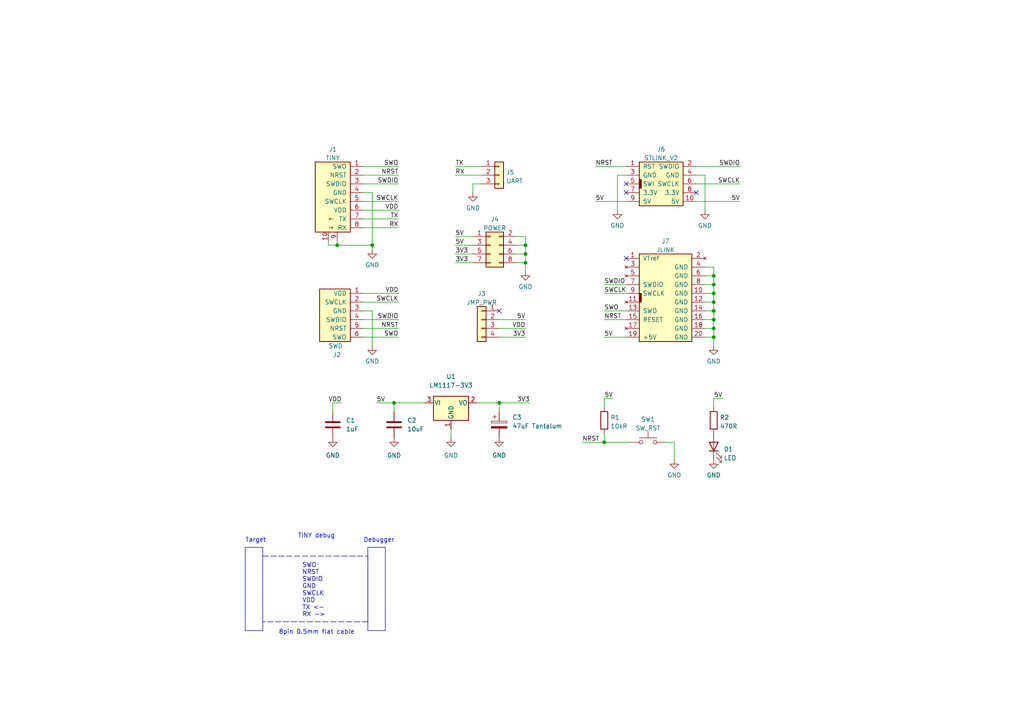
<source format=kicad_sch>
(kicad_sch (version 20211123) (generator eeschema)
  (paper "A4")
  (lib_symbols
    (symbol "Connector_Generic:Conn_01x03" (pin_names (offset 1.016) hide)
      (property "Reference" "J" (at 0 5.08 0))
      (property "Value" "Conn_01x03" (at 0 -5.08 0))
      (symbol "Conn_01x03_1_1"
        (rectangle (start -1.27 -2.413) (end 0 -2.667) (stroke (width 0.1524)))
        (rectangle (start -1.27 0.127) (end 0 -0.127) (stroke (width 0.1524)))
        (rectangle (start -1.27 2.667) (end 0 2.413) (stroke (width 0.1524)))
        (rectangle (start -1.27 3.81) (end 1.27 -3.81) (stroke (width 0.254)) (fill (type background)))
        (pin passive line (at -5.08 2.54 0) (length 3.81) (name "Pin_1") (number "1"))
        (pin passive line (at -5.08 0 0) (length 3.81) (name "Pin_2") (number "2"))
        (pin passive line (at -5.08 -2.54 0) (length 3.81) (name "Pin_3") (number "3"))
      )
    )
    (symbol "Connector_Generic:Conn_01x04" (pin_names (offset 1.016) hide)
      (property "Reference" "J" (at 0 5.08 0))
      (property "Value" "Conn_01x04" (at 0 -7.62 0))
      (symbol "Conn_01x04_1_1"
        (rectangle (start -1.27 -4.953) (end 0 -5.207) (stroke (width 0.1524)))
        (rectangle (start -1.27 -2.413) (end 0 -2.667) (stroke (width 0.1524)))
        (rectangle (start -1.27 0.127) (end 0 -0.127) (stroke (width 0.1524)))
        (rectangle (start -1.27 2.667) (end 0 2.413) (stroke (width 0.1524)))
        (rectangle (start -1.27 3.81) (end 1.27 -6.35) (stroke (width 0.254)) (fill (type background)))
        (pin passive line (at -5.08 2.54 0) (length 3.81) (name "Pin_1") (number "1"))
        (pin passive line (at -5.08 0 0) (length 3.81) (name "Pin_2") (number "2"))
        (pin passive line (at -5.08 -2.54 0) (length 3.81) (name "Pin_3") (number "3"))
        (pin passive line (at -5.08 -5.08 0) (length 3.81) (name "Pin_4") (number "4"))
      )
    )
    (symbol "Connector_Generic:Conn_01x06" (pin_names (offset 1.016))
      (property "Reference" "J?" (at -2.54 -12.7 0))
      (property "Value" "SWD" (at -3.81 -10.16 0))
      (symbol "Conn_01x06_1_1"
        (rectangle (start -6.35 6.35) (end 2.54 -8.89) (stroke (width 0.254)) (fill (type background)))
        (pin passive line (at 6.35 5.08 180) (length 3.81) (name "VDD") (number "1"))
        (pin passive line (at 6.35 2.54 180) (length 3.81) (name "SWCLK") (number "2"))
        (pin passive line (at 6.35 0 180) (length 3.81) (name "GND") (number "3"))
        (pin passive line (at 6.35 -2.54 180) (length 3.81) (name "SWDIO") (number "4"))
        (pin passive line (at 6.35 -5.08 180) (length 3.81) (name "NRST") (number "5"))
        (pin passive line (at 6.35 -7.62 180) (length 3.81) (name "SWO") (number "6"))
      )
    )
    (symbol "Connector_Generic:Conn_01x08" (pin_names (offset 1.016))
      (property "Reference" "J1" (at 0 12.5898 0))
      (property "Value" "TINY" (at 0 10.0529 0))
      (symbol "Conn_01x08_0_1"
        (polyline (pts (xy -1.016 -10.16) (xy 0 -10.16) (xy -0.254 -9.906) (xy 0 -10.16) (xy -0.254 -10.414)) (stroke (width 0.1524)))
        (polyline (pts (xy 0 -7.62) (xy -1.016 -7.62) (xy -0.762 -7.366) (xy -1.016 -7.62) (xy -0.762 -7.874)) (stroke (width 0.1524)))
      )
      (symbol "Conn_01x08_1_1"
        (rectangle (start -5.08 -11.43) (end 5.08 8.89) (stroke (width 0.254)) (fill (type background)))
        (pin passive line (at 8.89 7.62 180) (length 3.81) (name "SWO") (number "1"))
        (pin input line (at -1.27 -13.97 90) (length 2.54) (name "") (number "10"))
        (pin passive line (at 8.89 5.08 180) (length 3.81) (name "NRST") (number "2"))
        (pin passive line (at 8.89 2.54 180) (length 3.81) (name "SWDIO") (number "3"))
        (pin passive line (at 8.89 0 180) (length 3.81) (name "GND") (number "4"))
        (pin passive line (at 8.89 -2.54 180) (length 3.81) (name "SWCLK") (number "5"))
        (pin passive line (at 8.89 -5.08 180) (length 3.81) (name "VDD") (number "6"))
        (pin input line (at 8.89 -7.62 180) (length 3.81) (name "TX") (number "7"))
        (pin output line (at 8.89 -10.16 180) (length 3.81) (name "RX") (number "8"))
        (pin input line (at 1.27 -13.97 90) (length 2.54) (name "") (number "9"))
      )
    )
    (symbol "Connector_Generic:Conn_02x04_Odd_Even" (pin_names (offset 1.016) hide)
      (property "Reference" "J" (at 1.27 5.08 0))
      (property "Value" "Conn_02x04_Odd_Even" (at 1.27 -7.62 0))
      (symbol "Conn_02x04_Odd_Even_1_1"
        (rectangle (start -1.27 -4.953) (end 0 -5.207) (stroke (width 0.1524)))
        (rectangle (start -1.27 -2.413) (end 0 -2.667) (stroke (width 0.1524)))
        (rectangle (start -1.27 0.127) (end 0 -0.127) (stroke (width 0.1524)))
        (rectangle (start -1.27 2.667) (end 0 2.413) (stroke (width 0.1524)))
        (rectangle (start -1.27 3.81) (end 3.81 -6.35) (stroke (width 0.254)) (fill (type background)))
        (rectangle (start 3.81 -4.953) (end 2.54 -5.207) (stroke (width 0.1524)))
        (rectangle (start 3.81 -2.413) (end 2.54 -2.667) (stroke (width 0.1524)))
        (rectangle (start 3.81 0.127) (end 2.54 -0.127) (stroke (width 0.1524)))
        (rectangle (start 3.81 2.667) (end 2.54 2.413) (stroke (width 0.1524)))
        (pin passive line (at -5.08 2.54 0) (length 3.81) (name "Pin_1") (number "1"))
        (pin passive line (at 7.62 2.54 180) (length 3.81) (name "Pin_2") (number "2"))
        (pin passive line (at -5.08 0 0) (length 3.81) (name "Pin_3") (number "3"))
        (pin passive line (at 7.62 0 180) (length 3.81) (name "Pin_4") (number "4"))
        (pin passive line (at -5.08 -2.54 0) (length 3.81) (name "Pin_5") (number "5"))
        (pin passive line (at 7.62 -2.54 180) (length 3.81) (name "Pin_6") (number "6"))
        (pin passive line (at -5.08 -5.08 0) (length 3.81) (name "Pin_7") (number "7"))
        (pin passive line (at 7.62 -5.08 180) (length 3.81) (name "Pin_8") (number "8"))
      )
    )
    (symbol "Connector_Generic:Conn_02x05_Odd_Even" (pin_names (offset 1.016))
      (property "Reference" "J?" (at 1.27 10.0498 0))
      (property "Value" "Conn_02x05_Odd_Even" (at 1.905 7.5129 0))
      (symbol "Conn_02x05_Odd_Even_0_1"
        (rectangle (start -6.35 1.27) (end -5.715 -1.27) (stroke (width 0.1524)) (fill (type outline)))
      )
      (symbol "Conn_02x05_Odd_Even_1_1"
        (rectangle (start -6.35 6.35) (end 6.35 -6.35) (stroke (width 0.254)) (fill (type background)))
        (pin passive line (at -10.16 5.08 0) (length 3.81) (name "RST") (number "1"))
        (pin passive line (at 10.16 -5.08 180) (length 3.81) (name "5V") (number "10"))
        (pin passive line (at 10.16 5.08 180) (length 3.81) (name "SWDIO") (number "2"))
        (pin passive line (at -10.16 2.54 0) (length 3.81) (name "GND") (number "3"))
        (pin passive line (at 10.16 2.54 180) (length 3.81) (name "GND") (number "4"))
        (pin passive line (at -10.16 0 0) (length 3.81) (name "SWI") (number "5"))
        (pin passive line (at 10.16 0 180) (length 3.81) (name "SWCLK") (number "6"))
        (pin passive line (at -10.16 -2.54 0) (length 3.81) (name "3.3V") (number "7"))
        (pin passive line (at 10.16 -2.54 180) (length 3.81) (name "3.3V") (number "8"))
        (pin passive line (at -10.16 -5.08 0) (length 3.81) (name "5V") (number "9"))
      )
    )
    (symbol "Connector_Generic:Conn_02x10_Odd_Even" (pin_names (offset 1.016))
      (property "Reference" "JLINK" (at 0 15.1298 0))
      (property "Value" "Conn_02x10_Odd_Even" (at 0 12.5929 0))
      (symbol "Conn_02x10_Odd_Even_0_1"
        (rectangle (start -7.62 0) (end -6.985 -2.54) (stroke (width 0.1524)) (fill (type outline)))
      )
      (symbol "Conn_02x10_Odd_Even_1_1"
        (rectangle (start -7.62 11.43) (end 7.62 -13.97) (stroke (width 0.254)) (fill (type background)))
        (pin passive line (at -11.43 10.16 0) (length 3.81) (name "VTref") (number "1"))
        (pin passive line (at 11.43 0 180) (length 3.81) (name "GND") (number "10"))
        (pin no_connect line (at -11.43 -2.54 0) (length 3.81) (name "") (number "11"))
        (pin passive line (at 11.43 -2.54 180) (length 3.81) (name "GND") (number "12"))
        (pin passive line (at -11.43 -5.08 0) (length 3.81) (name "SWO") (number "13"))
        (pin passive line (at 11.43 -5.08 180) (length 3.81) (name "GND") (number "14"))
        (pin passive line (at -11.43 -7.62 0) (length 3.81) (name "RESET") (number "15"))
        (pin passive line (at 11.43 -7.62 180) (length 3.81) (name "GND") (number "16"))
        (pin no_connect line (at -11.43 -10.16 0) (length 3.81) (name "") (number "17"))
        (pin passive line (at 11.43 -10.16 180) (length 3.81) (name "GND") (number "18"))
        (pin passive line (at -11.43 -12.7 0) (length 3.81) (name "+5V") (number "19"))
        (pin no_connect line (at 11.43 10.16 180) (length 3.81) (name "") (number "2"))
        (pin passive line (at 11.43 -12.7 180) (length 3.81) (name "GND") (number "20"))
        (pin no_connect line (at -11.43 7.62 0) (length 3.81) (name "") (number "3"))
        (pin passive line (at 11.43 7.62 180) (length 3.81) (name "GND") (number "4"))
        (pin no_connect line (at -11.43 5.08 0) (length 3.81) (name "") (number "5"))
        (pin passive line (at 11.43 5.08 180) (length 3.81) (name "GND") (number "6"))
        (pin passive line (at -11.43 2.54 0) (length 3.81) (name "SWDIO") (number "7"))
        (pin passive line (at 11.43 2.54 180) (length 3.81) (name "GND") (number "8"))
        (pin passive line (at -11.43 0 0) (length 3.81) (name "SWCLK") (number "9"))
      )
    )
    (symbol "Device:C" (pin_numbers hide) (pin_names (offset 0.254))
      (property "Reference" "C" (at 0.635 2.54 0))
      (property "Value" "C" (at 0.635 -2.54 0))
      (symbol "C_0_1"
        (polyline (pts (xy -2.032 -0.762) (xy 2.032 -0.762)) (stroke (width 0.508)))
        (polyline (pts (xy -2.032 0.762) (xy 2.032 0.762)) (stroke (width 0.508)))
      )
      (symbol "C_1_1"
        (pin passive line (at 0 3.81 270) (length 2.794) (name "~") (number "1"))
        (pin passive line (at 0 -3.81 90) (length 2.794) (name "~") (number "2"))
      )
    )
    (symbol "Device:C_Polarized" (pin_numbers hide) (pin_names (offset 0.254))
      (property "Reference" "C" (at 0.635 2.54 0))
      (property "Value" "C_Polarized" (at 0.635 -2.54 0))
      (symbol "C_Polarized_0_1"
        (rectangle (start -2.286 0.508) (end 2.286 1.016))
        (polyline (pts (xy -1.778 2.286) (xy -0.762 2.286)))
        (polyline (pts (xy -1.27 2.794) (xy -1.27 1.778)))
        (rectangle (start 2.286 -0.508) (end -2.286 -1.016) (fill (type outline)))
      )
      (symbol "C_Polarized_1_1"
        (pin passive line (at 0 3.81 270) (length 2.794) (name "~") (number "1"))
        (pin passive line (at 0 -3.81 90) (length 2.794) (name "~") (number "2"))
      )
    )
    (symbol "Device:LED" (pin_numbers hide) (pin_names (offset 1.016) hide)
      (property "Reference" "D" (at 0 2.54 0))
      (property "Value" "LED" (at 0 -2.54 0))
      (symbol "LED_0_1"
        (polyline (pts (xy -1.27 -1.27) (xy -1.27 1.27)) (stroke (width 0.254)))
        (polyline (pts (xy -1.27 0) (xy 1.27 0)))
        (polyline (pts (xy 1.27 -1.27) (xy 1.27 1.27) (xy -1.27 0) (xy 1.27 -1.27)) (stroke (width 0.254)))
        (polyline (pts (xy -3.048 -0.762) (xy -4.572 -2.286) (xy -3.81 -2.286) (xy -4.572 -2.286) (xy -4.572 -1.524)))
        (polyline (pts (xy -1.778 -0.762) (xy -3.302 -2.286) (xy -2.54 -2.286) (xy -3.302 -2.286) (xy -3.302 -1.524)))
      )
      (symbol "LED_1_1"
        (pin passive line (at -3.81 0 0) (length 2.54) (name "K") (number "1"))
        (pin passive line (at 3.81 0 180) (length 2.54) (name "A") (number "2"))
      )
    )
    (symbol "Device:R" (pin_numbers hide) (pin_names (offset 0))
      (property "Reference" "R" (at 2.032 0 90))
      (property "Value" "R" (at 0 0 90))
      (symbol "R_0_1"
        (rectangle (start -1.016 -2.54) (end 1.016 2.54) (stroke (width 0.254)))
      )
      (symbol "R_1_1"
        (pin passive line (at 0 3.81 270) (length 1.27) (name "~") (number "1"))
        (pin passive line (at 0 -3.81 90) (length 1.27) (name "~") (number "2"))
      )
    )
    (symbol "Regulator_Linear:LM1117-5.0" (pin_names (offset 0.254))
      (property "Reference" "U" (at -3.81 3.175 0))
      (property "Value" "LM1117-5.0" (at 0 3.175 0))
      (symbol "LM1117-5.0_0_1"
        (rectangle (start -5.08 -5.08) (end 5.08 1.905) (stroke (width 0.254)) (fill (type background)))
      )
      (symbol "LM1117-5.0_1_1"
        (pin power_in line (at 0 -7.62 90) (length 2.54) (name "GND") (number "1"))
        (pin power_out line (at 7.62 0 180) (length 2.54) (name "VO") (number "2"))
        (pin power_in line (at -7.62 0 0) (length 2.54) (name "VI") (number "3"))
      )
    )
    (symbol "Switch:SW_Push" (pin_numbers hide) (pin_names (offset 1.016) hide)
      (property "Reference" "SW" (at 1.27 2.54 0))
      (property "Value" "SW_Push" (at 0 -1.524 0))
      (symbol "SW_Push_0_1"
        (circle (center -2.032 0) (radius 0.508))
        (polyline (pts (xy 0 1.27) (xy 0 3.048)))
        (polyline (pts (xy 2.54 1.27) (xy -2.54 1.27)))
        (circle (center 2.032 0) (radius 0.508))
        (pin passive line (at -5.08 0 0) (length 2.54) (name "1") (number "1"))
        (pin passive line (at 5.08 0 180) (length 2.54) (name "2") (number "2"))
      )
    )
    (symbol "power:GND" (power) (pin_names (offset 0))
      (property "Value" "GND" (at 0 -3.81 0))
      (symbol "GND_0_1"
        (polyline (pts (xy 0 0) (xy 0 -1.27) (xy 1.27 -1.27) (xy 0 -2.54) (xy -1.27 -1.27) (xy 0 -1.27)))
      )
      (symbol "GND_1_1"
        (pin power_in line (at 0 0 270) (length 0) hide (name "GND") (number "1"))
      )
    )
  )
  (junction (at 152.4 76.2))
  (junction (at 144.78 116.84))
  (junction (at 175.26 128.27))
  (junction (at 207.01 85.09))
  (junction (at 207.01 82.55))
  (junction (at 207.01 87.63))
  (junction (at 207.01 90.17))
  (junction (at 114.3 116.84))
  (junction (at 152.4 71.12))
  (junction (at 207.01 95.25))
  (junction (at 97.79 71.12))
  (junction (at 107.95 71.12))
  (junction (at 152.4 73.66))
  (junction (at 207.01 97.79))
  (junction (at 207.01 80.01))
  (junction (at 207.01 92.71))
  (no_connect (at 144.78 90.17))
  (no_connect (at 181.61 74.93))
  (no_connect (at 181.61 53.34))
  (no_connect (at 201.93 55.88))
  (no_connect (at 181.61 55.88))
  (wire (pts (xy 144.78 95.25) (xy 152.4 95.25)))
  (wire (pts (xy 201.93 58.42) (xy 214.63 58.42)))
  (wire (pts (xy 137.16 53.34) (xy 137.16 55.88)))
  (wire (pts (xy 107.95 55.88) (xy 107.95 71.12)))
  (wire (pts (xy 201.93 50.8) (xy 204.47 50.8)))
  (wire (pts (xy 207.01 97.79) (xy 207.01 95.25)))
  (polyline (pts (xy 71.12 158.75) (xy 76.2 158.75)) (stroke (width 0) (type solid)))
  (wire (pts (xy 204.47 80.01) (xy 207.01 80.01)))
  (wire (pts (xy 95.25 69.85) (xy 95.25 71.12)))
  (wire (pts (xy 201.93 48.26) (xy 214.63 48.26)))
  (wire (pts (xy 107.95 90.17) (xy 107.95 100.33)))
  (wire (pts (xy 144.78 116.84) (xy 153.67 116.84)))
  (wire (pts (xy 175.26 90.17) (xy 181.61 90.17)))
  (wire (pts (xy 207.01 82.55) (xy 207.01 85.09)))
  (wire (pts (xy 132.08 68.58) (xy 137.16 68.58)))
  (wire (pts (xy 201.93 53.34) (xy 214.63 53.34)))
  (wire (pts (xy 207.01 97.79) (xy 207.01 100.33)))
  (polyline (pts (xy 76.2 182.88) (xy 71.12 182.88)) (stroke (width 0) (type solid)))
  (wire (pts (xy 97.79 69.85) (xy 97.79 71.12)))
  (wire (pts (xy 138.43 116.84) (xy 144.78 116.84)))
  (polyline (pts (xy 106.68 180.34) (xy 76.2 180.34)))
  (wire (pts (xy 149.86 68.58) (xy 152.4 68.58)))
  (wire (pts (xy 105.41 63.5) (xy 115.57 63.5)))
  (wire (pts (xy 96.52 116.84) (xy 99.06 116.84)))
  (wire (pts (xy 204.47 97.79) (xy 207.01 97.79)))
  (wire (pts (xy 175.26 82.55) (xy 181.61 82.55)))
  (wire (pts (xy 204.47 50.8) (xy 204.47 60.96)))
  (wire (pts (xy 105.41 87.63) (xy 115.57 87.63)))
  (wire (pts (xy 105.41 66.04) (xy 115.57 66.04)))
  (polyline (pts (xy 111.76 182.88) (xy 106.68 182.88)) (stroke (width 0) (type solid)))
  (wire (pts (xy 172.72 58.42) (xy 181.61 58.42)))
  (polyline (pts (xy 111.76 158.75) (xy 111.76 182.88)) (stroke (width 0) (type solid)))
  (wire (pts (xy 130.81 124.46) (xy 130.81 127)))
  (wire (pts (xy 149.86 71.12) (xy 152.4 71.12)))
  (wire (pts (xy 132.08 73.66) (xy 137.16 73.66)))
  (wire (pts (xy 207.01 95.25) (xy 204.47 95.25)))
  (polyline (pts (xy 106.68 182.88) (xy 106.68 158.75)) (stroke (width 0) (type solid)))
  (wire (pts (xy 105.41 53.34) (xy 115.57 53.34)))
  (wire (pts (xy 207.01 87.63) (xy 204.47 87.63)))
  (wire (pts (xy 95.25 71.12) (xy 97.79 71.12)))
  (wire (pts (xy 175.26 85.09) (xy 181.61 85.09)))
  (wire (pts (xy 105.41 60.96) (xy 115.57 60.96)))
  (polyline (pts (xy 106.68 161.29) (xy 106.68 180.34)))
  (polyline (pts (xy 76.2 161.29) (xy 106.68 161.29)))
  (wire (pts (xy 152.4 71.12) (xy 152.4 73.66)))
  (wire (pts (xy 204.47 82.55) (xy 207.01 82.55)))
  (wire (pts (xy 109.22 116.84) (xy 114.3 116.84)))
  (wire (pts (xy 105.41 55.88) (xy 107.95 55.88)))
  (wire (pts (xy 139.7 53.34) (xy 137.16 53.34)))
  (wire (pts (xy 207.01 115.57) (xy 209.55 115.57)))
  (wire (pts (xy 152.4 73.66) (xy 152.4 76.2)))
  (wire (pts (xy 175.26 128.27) (xy 182.88 128.27)))
  (wire (pts (xy 105.41 95.25) (xy 115.57 95.25)))
  (wire (pts (xy 152.4 76.2) (xy 152.4 78.74)))
  (wire (pts (xy 149.86 73.66) (xy 152.4 73.66)))
  (wire (pts (xy 175.26 115.57) (xy 177.8 115.57)))
  (wire (pts (xy 144.78 92.71) (xy 152.4 92.71)))
  (wire (pts (xy 144.78 116.84) (xy 144.78 119.38)))
  (wire (pts (xy 175.26 92.71) (xy 181.61 92.71)))
  (wire (pts (xy 175.26 125.73) (xy 175.26 128.27)))
  (wire (pts (xy 204.47 85.09) (xy 207.01 85.09)))
  (wire (pts (xy 132.08 71.12) (xy 137.16 71.12)))
  (wire (pts (xy 97.79 71.12) (xy 107.95 71.12)))
  (wire (pts (xy 207.01 90.17) (xy 204.47 90.17)))
  (wire (pts (xy 207.01 95.25) (xy 207.01 92.71)))
  (wire (pts (xy 132.08 48.26) (xy 139.7 48.26)))
  (wire (pts (xy 105.41 48.26) (xy 115.57 48.26)))
  (wire (pts (xy 207.01 92.71) (xy 207.01 90.17)))
  (wire (pts (xy 207.01 77.47) (xy 207.01 80.01)))
  (wire (pts (xy 204.47 77.47) (xy 207.01 77.47)))
  (wire (pts (xy 181.61 50.8) (xy 179.07 50.8)))
  (wire (pts (xy 105.41 85.09) (xy 115.57 85.09)))
  (wire (pts (xy 105.41 97.79) (xy 115.57 97.79)))
  (wire (pts (xy 105.41 58.42) (xy 115.57 58.42)))
  (wire (pts (xy 207.01 118.11) (xy 207.01 115.57)))
  (wire (pts (xy 168.91 128.27) (xy 175.26 128.27)))
  (wire (pts (xy 132.08 50.8) (xy 139.7 50.8)))
  (wire (pts (xy 207.01 90.17) (xy 207.01 87.63)))
  (wire (pts (xy 172.72 48.26) (xy 181.61 48.26)))
  (wire (pts (xy 175.26 118.11) (xy 175.26 115.57)))
  (wire (pts (xy 193.04 128.27) (xy 195.58 128.27)))
  (wire (pts (xy 105.41 92.71) (xy 115.57 92.71)))
  (wire (pts (xy 107.95 71.12) (xy 107.95 72.39)))
  (wire (pts (xy 152.4 68.58) (xy 152.4 71.12)))
  (wire (pts (xy 179.07 50.8) (xy 179.07 60.96)))
  (wire (pts (xy 149.86 76.2) (xy 152.4 76.2)))
  (polyline (pts (xy 106.68 158.75) (xy 111.76 158.75)) (stroke (width 0) (type solid)))
  (wire (pts (xy 144.78 97.79) (xy 152.4 97.79)))
  (polyline (pts (xy 71.12 182.88) (xy 71.12 158.75)) (stroke (width 0) (type solid)))
  (wire (pts (xy 195.58 128.27) (xy 195.58 133.35)))
  (wire (pts (xy 114.3 116.84) (xy 123.19 116.84)))
  (wire (pts (xy 96.52 119.38) (xy 96.52 116.84)))
  (wire (pts (xy 207.01 85.09) (xy 207.01 87.63)))
  (wire (pts (xy 105.41 90.17) (xy 107.95 90.17)))
  (wire (pts (xy 175.26 97.79) (xy 181.61 97.79)))
  (wire (pts (xy 207.01 80.01) (xy 207.01 82.55)))
  (wire (pts (xy 105.41 50.8) (xy 115.57 50.8)))
  (polyline (pts (xy 76.2 158.75) (xy 76.2 182.88)) (stroke (width 0) (type solid)))
  (wire (pts (xy 132.08 76.2) (xy 137.16 76.2)))
  (wire (pts (xy 114.3 116.84) (xy 114.3 119.38)))
  (wire (pts (xy 207.01 92.71) (xy 204.47 92.71)))
  (text "8pin 0.5mm flat cable" (at 102.87 184.15 180) (effects (font (size 1.27 1.27)) (justify right bottom)))
  (text "Debugger" (at 105.41 157.48 0) (effects (font (size 1.27 1.27)) (justify left bottom)))
  (text "SWO\nNRST\nSWDIO\nGND\nSWCLK\nVDD\nTX <-\nRX ->" (at 87.63 179.07 0) (effects (font (size 1.27 1.27)) (justify left bottom)))
  (text "Target" (at 71.12 157.48 0) (effects (font (size 1.27 1.27)) (justify left bottom)))
  (text "TINY debug" (at 86.36 156.21 0) (effects (font (size 1.27 1.27)) (justify left bottom)))
  (label "NRST" (at 172.72 48.26 0))
  (label "5V" (at 172.72 58.42 0))
  (label "SWO" (at 115.57 48.26 180))
  (label "5V" (at 175.26 97.79 0))
  (label "VDD" (at 152.4 95.25 180))
  (label "TX" (at 115.57 63.5 180))
  (label "NRST" (at 175.26 92.71 0))
  (label "VDD" (at 99.06 116.84 180))
  (label "SWO" (at 175.26 90.17 0))
  (label "SWCLK" (at 175.26 85.09 0))
  (label "SWDIO" (at 115.57 92.71 180))
  (label "VDD" (at 115.57 60.96 180))
  (label "RX" (at 132.08 50.8 0))
  (label "3V3" (at 132.08 73.66 0))
  (label "NRST" (at 115.57 50.8 180))
  (label "NRST" (at 115.57 95.25 180))
  (label "SWCLK" (at 115.57 58.42 180))
  (label "5V" (at 132.08 71.12 0))
  (label "3V3" (at 132.08 76.2 0))
  (label "5V" (at 132.08 68.58 0))
  (label "5V" (at 152.4 92.71 180))
  (label "SWCLK" (at 115.57 87.63 180))
  (label "SWDIO" (at 175.26 82.55 0))
  (label "3V3" (at 152.4 97.79 180))
  (label "SWDIO" (at 214.63 48.26 180))
  (label "5V" (at 214.63 58.42 180))
  (label "SWO" (at 115.57 97.79 180))
  (label "VDD" (at 115.57 85.09 180))
  (label "5V" (at 109.22 116.84 0))
  (label "TX" (at 132.08 48.26 0))
  (label "5V" (at 209.55 115.57 180))
  (label "SWDIO" (at 115.57 53.34 180))
  (label "5V" (at 177.8 115.57 180))
  (label "3V3" (at 153.67 116.84 180))
  (label "RX" (at 115.57 66.04 180))
  (label "SWCLK" (at 214.63 53.34 180))
  (label "NRST" (at 168.91 128.27 0))
  (symbol (lib_id "Connector_Generic:Conn_01x08") (at 96.52 55.88 0) (unit 1)
    (property "Reference" "J1" (at 96.52 43.2902 0))
    (property "Value" "TINY" (at 96.52 45.8271 0))
    (property "Footprint" "Connector_FFC-FPC:Hirose_FH12-8S-0.5SH_1x08-1MP_P0.50mm_Horizontal" (effects hide))
  )
  (symbol (lib_id "power:GND") (at 96.52 127 0) (unit 1)
    (property "Reference" "#PWR0109" (effects hide))
    (property "Value" "GND" (at 96.52 132.08 0))
  )
  (symbol (lib_id "Connector_Generic:Conn_01x03") (at 144.78 50.8 0) (unit 1)
    (property "Reference" "J5" (at 146.812 49.9653 0) (effects (justify left)))
    (property "Value" "UART" (at 146.812 52.5022 0) (effects (justify left)))
    (property "Footprint" "Connector_PinHeader_2.54mm:PinHeader_1x03_P2.54mm_Vertical" (effects hide))
  )
  (symbol (lib_id "power:GND") (at 144.78 127 0) (unit 1)
    (property "Reference" "#PWR0101" (effects hide))
    (property "Value" "GND" (at 144.78 132.08 0))
  )
  (symbol (lib_id "Switch:SW_Push") (at 187.96 128.27 0) (unit 1)
    (property "Reference" "SW1" (at 187.96 121.6492 0))
    (property "Value" "SW_RST" (at 187.96 124.1861 0))
    (property "Footprint" "Button_Switch_SMD:SW_Push_1P1T_NO_6x6mm_H9.5mm" (effects hide))
  )
  (symbol (lib_id "power:GND") (at 114.3 127 0) (unit 1)
    (property "Reference" "#PWR0104" (effects hide))
    (property "Value" "GND" (at 114.3 132.08 0))
  )
  (symbol (lib_id "Device:C") (at 96.52 123.19 0) (unit 1)
    (property "Reference" "C1" (at 100.33 121.9199 0) (effects (justify left)))
    (property "Value" "1uF" (at 100.33 124.4599 0) (effects (justify left)))
    (property "Footprint" "Capacitor_SMD:C_0805_2012Metric_Pad1.18x1.45mm_HandSolder" (effects hide))
  )
  (symbol (lib_id "Regulator_Linear:LM1117-5.0") (at 130.81 116.84 0) (unit 1)
    (property "Reference" "U1" (at 130.81 109.22 0))
    (property "Value" "LM1117-3V3" (at 130.81 111.76 0))
    (property "Footprint" "Package_TO_SOT_SMD:SOT-223-3_TabPin2" (effects hide))
    (property "Datasheet" "http://www.ti.com/lit/ds/symlink/lm1117.pdf" (effects hide))
  )
  (symbol (lib_id "power:GND") (at 204.47 60.96 0) (unit 1)
    (property "Reference" "#PWR0105" (effects hide))
    (property "Value" "GND" (at 204.47 65.4034 0))
  )
  (symbol (lib_id "power:GND") (at 195.58 133.35 0) (unit 1)
    (property "Reference" "#PWR0113" (effects hide))
    (property "Value" "GND" (at 195.58 137.7934 0))
  )
  (symbol (lib_id "Connector_Generic:Conn_01x06") (at 99.06 90.17 0) (unit 1)
    (property "Reference" "J2" (at 96.52 102.87 0) (effects (justify left)))
    (property "Value" "SWD" (at 95.25 100.33 0) (effects (justify left)))
    (property "Footprint" "Connector_PinHeader_2.54mm:PinHeader_1x06_P2.54mm_Vertical" (effects hide))
  )
  (symbol (lib_id "Device:R") (at 175.26 121.92 0) (unit 1)
    (property "Reference" "R1" (at 177.038 121.0853 0) (effects (justify left)))
    (property "Value" "10kR" (at 177.038 123.6222 0) (effects (justify left)))
    (property "Footprint" "Resistor_SMD:R_0805_2012Metric_Pad1.20x1.40mm_HandSolder" (effects hide))
  )
  (symbol (lib_id "Connector_Generic:Conn_02x05_Odd_Even") (at 191.77 53.34 0) (unit 1)
    (property "Reference" "J6" (at 191.77 43.2902 0))
    (property "Value" "STLINK_V2" (at 191.77 45.8271 0))
    (property "Footprint" "Connector_IDC:IDC-Header_2x05_P2.54mm_Vertical" (effects hide))
  )
  (symbol (lib_id "Device:C") (at 114.3 123.19 0) (unit 1)
    (property "Reference" "C2" (at 118.11 121.9199 0) (effects (justify left)))
    (property "Value" "10uF" (at 118.11 124.4599 0) (effects (justify left)))
    (property "Footprint" "Capacitor_SMD:C_0805_2012Metric_Pad1.18x1.45mm_HandSolder" (effects hide))
  )
  (symbol (lib_id "power:GND") (at 207.01 133.35 0) (unit 1)
    (property "Reference" "#PWR0112" (effects hide))
    (property "Value" "GND" (at 207.01 137.7934 0))
  )
  (symbol (lib_id "Device:C_Polarized") (at 144.78 123.19 0) (unit 1)
    (property "Reference" "C3" (at 148.59 121.0309 0) (effects (justify left)))
    (property "Value" "47uF Tantalum" (at 148.59 123.5709 0) (effects (justify left)))
    (property "Footprint" "Capacitor_Tantalum_SMD:CP_EIA-6032-28_Kemet-C_Pad2.25x2.35mm_HandSolder" (effects hide))
  )
  (symbol (lib_id "Device:R") (at 207.01 121.92 0) (unit 1)
    (property "Reference" "R2" (at 208.788 121.0853 0) (effects (justify left)))
    (property "Value" "470R" (at 208.788 123.6222 0) (effects (justify left)))
    (property "Footprint" "Resistor_SMD:R_0805_2012Metric_Pad1.20x1.40mm_HandSolder" (effects hide))
  )
  (symbol (lib_id "power:GND") (at 207.01 100.33 0) (unit 1)
    (property "Reference" "#PWR0111" (effects hide))
    (property "Value" "GND" (at 207.01 104.7734 0))
  )
  (symbol (lib_id "Connector_Generic:Conn_02x10_Odd_Even") (at 193.04 85.09 0) (unit 1)
    (property "Reference" "J7" (at 193.04 69.9602 0))
    (property "Value" "JLINK" (at 193.04 72.4971 0))
    (property "Footprint" "Connector_IDC:IDC-Header_2x10_P2.54mm_Vertical" (effects hide))
  )
  (symbol (lib_id "power:GND") (at 107.95 72.39 0) (unit 1)
    (property "Reference" "#PWR0110" (effects hide))
    (property "Value" "GND" (at 107.95 76.8334 0))
  )
  (symbol (lib_id "power:GND") (at 130.81 127 0) (unit 1)
    (property "Reference" "#PWR0102" (effects hide))
    (property "Value" "GND" (at 130.81 132.08 0))
  )
  (symbol (lib_id "power:GND") (at 137.16 55.88 0) (unit 1)
    (property "Reference" "#PWR0106" (effects hide))
    (property "Value" "GND" (at 137.16 60.3234 0))
  )
  (symbol (lib_id "Connector_Generic:Conn_02x04_Odd_Even") (at 142.24 71.12 0) (unit 1)
    (property "Reference" "J4" (at 143.51 63.6102 0))
    (property "Value" "POWER" (at 143.51 66.1471 0))
    (property "Footprint" "Connector_PinHeader_2.54mm:PinHeader_2x04_P2.54mm_Vertical" (effects hide))
  )
  (symbol (lib_id "power:GND") (at 179.07 60.96 0) (unit 1)
    (property "Reference" "#PWR0108" (effects hide))
    (property "Value" "GND" (at 179.07 65.4034 0))
  )
  (symbol (lib_id "power:GND") (at 152.4 78.74 0) (unit 1)
    (property "Reference" "#PWR0107" (effects hide))
    (property "Value" "GND" (at 152.4 83.1834 0))
  )
  (symbol (lib_id "power:GND") (at 107.95 100.33 0) (unit 1)
    (property "Reference" "#PWR0103" (effects hide))
    (property "Value" "GND" (at 107.95 104.7734 0))
  )
  (symbol (lib_id "Device:LED") (at 207.01 129.54 90) (unit 1)
    (property "Reference" "D1" (at 209.931 130.2928 90) (effects (justify right)))
    (property "Value" "LED" (at 209.931 132.8297 90) (effects (justify right)))
    (property "Footprint" "LED_SMD:LED_0603_1608Metric_Pad1.05x0.95mm_HandSolder" (effects hide))
  )
  (symbol (lib_id "Connector_Generic:Conn_01x04") (at 139.7 92.71 0) (mirror y) (unit 1)
    (property "Reference" "J3" (at 139.7 85.2002 0))
    (property "Value" "JMP_PWR" (at 139.7 87.7371 0))
    (property "Footprint" "Connector_PinHeader_2.54mm:PinHeader_1x04_P2.54mm_Vertical" (effects hide))
  )
)
</source>
